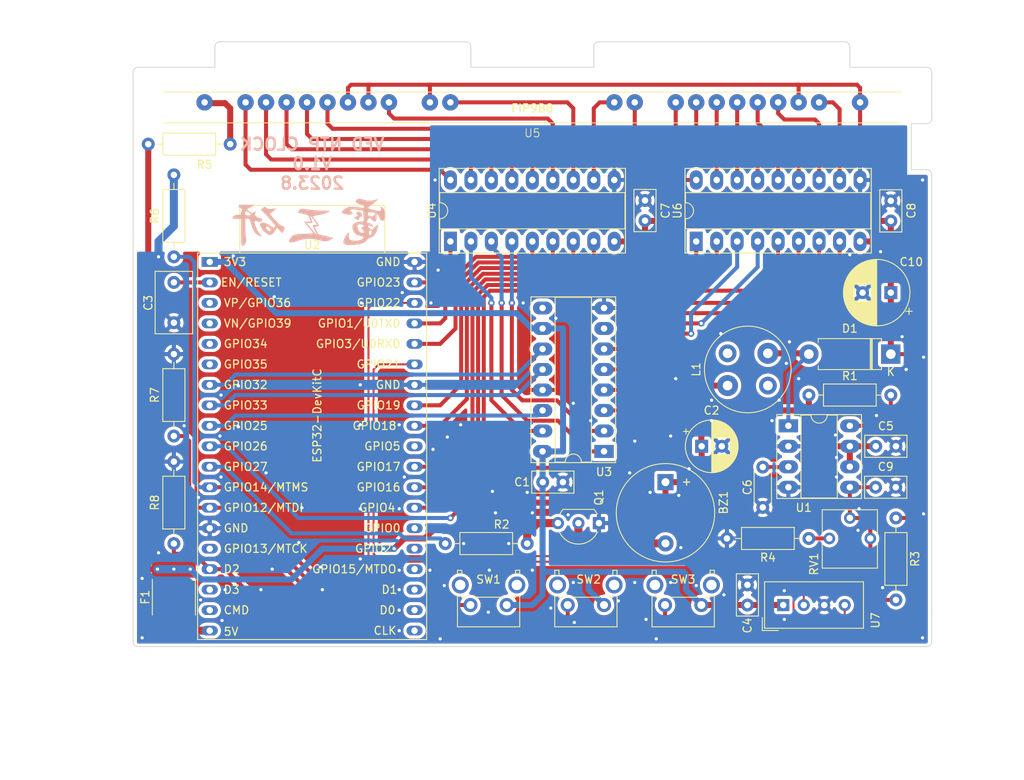
<source format=kicad_pcb>
(kicad_pcb (version 20221018) (generator pcbnew)
  (layers (0 "F.Cu" signal) (31 "B.Cu" signal) (34 "B.Paste" user) (35 "F.Paste" user) (36 "B.SilkS" user "B.Silkscreen") (37 "F.SilkS" user "F.Silkscreen") (38 "B.Mask" user) (39 "F.Mask" user) (44 "Edge.Cuts" user))
  (net 0 "")
  (net 1 "+3.3V")
  (net 2 "SDA")
  (net 3 "GND")
  (net 4 "SCL")
  (net 5 "+24V")
  (net 6 "Net-(U1-Vfb)")
  (net 7 "Net-(R4-Pad1)")
  (net 8 "+5V")
  (net 9 "Net-(U5-Heater)")
  (net 10 "SW1")
  (net 11 "SW2")
  (net 12 "SW3")
  (net 13 "Net-(U1-DC)")
  (net 14 "Buzzer")
  (net 15 "Net-(Q1-B)")
  (net 16 "Net-(BZ1-+)")
  (net 17 "Net-(D1-A)")
  (net 18 "Net-(U1-TC)")
  (net 19 "Grid_9")
  (net 20 "Seg_a")
  (net 21 "Seg_b")
  (net 22 "Seg_c")
  (net 23 "Grid_8")
  (net 24 "Grid_7")
  (net 25 "Grid_6")
  (net 26 "Grid_5")
  (net 27 "Net-(U4-O8)")
  (net 28 "Net-(U4-O7)")
  (net 29 "Net-(U4-O6)")
  (net 30 "Net-(U4-O5)")
  (net 31 "Net-(U4-O4)")
  (net 32 "Net-(U4-O3)")
  (net 33 "Net-(U4-O2)")
  (net 34 "Net-(U4-O1)")
  (net 35 "Grid_4")
  (net 36 "Grid_3")
  (net 37 "Seg_d")
  (net 38 "Seg_e")
  (net 39 "Grid_2")
  (net 40 "Seg_g")
  (net 41 "Seg_f")
  (net 42 "Grid_1")
  (net 43 "Net-(U5-Grid_1)")
  (net 44 "Net-(U5-Seg_f)")
  (net 45 "Net-(U5-Seg_g)")
  (net 46 "Net-(U5-Grid_2)")
  (net 47 "Net-(U5-Seg_e)")
  (net 48 "Net-(U5-Seg_d)")
  (net 49 "Net-(U5-Grid_3)")
  (net 50 "Net-(U5-Grid_4)")
  (net 53 "SRCLK")
  (net 54 "RCLK")
  (net 55 "SER")
  (net 56 "Net-(U2-CHIP_PU)")
  (net 64 "Net-(U2-5V)")
  (footprint "Resistor_THT:R_Axial_DIN0207_L6.3mm_D2.5mm_P10.16mm_Horizontal" (layer "F.Cu") (at 137.795 104.14)
    (fp_text reference "R2")
    (fp_text value "1k")
  )
  (footprint "Capacitor_THT:C_Disc_D5.0mm_W2.5mm_P2.50mm" (layer "F.Cu") (at 193.04 64.135 90)
    (fp_text reference "C8")
    (fp_text value "0.1u")
  )
  (footprint "Potentiometer_THT:Potentiometer_Vishay_T73YP_Vertical" (layer "F.Cu") (at 190.5 103.505 90)
    (fp_text reference "RV1")
    (fp_text value "1k")
  )
  (footprint "Capacitor_THT:C_Disc_D5.0mm_W2.5mm_P2.50mm" (layer "F.Cu") (at 191.155 97.155)
    (fp_text reference "C9")
    (fp_text value "0.1u")
  )
  (footprint "FIP9B8:FIP9B8" (layer "F.Cu") (at 148.59 51.97 180)
    (fp_text reference "U5")
    (fp_text value "~")
  )
  (footprint "Capacitor_THT:CP_Radial_D8.0mm_P3.50mm" (layer "F.Cu") (at 193.04 73.025 180)
    (fp_text reference "C10")
    (fp_text value "35V220u")
  )
  (footprint "Package_DIP:DIP-18_W7.62mm_Socket_LongPads" (layer "F.Cu") (at 138.43 66.675 90)
    (fp_text reference "U4")
    (fp_text value "TBD62783A")
  )
  (footprint "Resistor_THT:R_Axial_DIN0207_L6.3mm_D2.5mm_P10.16mm_Horizontal" (layer "F.Cu") (at 182.88 103.505 180)
    (fp_text reference "R4")
    (fp_text value "2.4k")
  )
  (footprint "Capacitor_THT:C_Disc_D5.0mm_W2.5mm_P2.50mm" (layer "F.Cu") (at 162.56 64.095 90)
    (fp_text reference "C7")
    (fp_text value "0.1u")
  )
  (footprint "Resistor_THT:R_Axial_DIN0207_L6.3mm_D2.5mm_P10.16mm_Horizontal" (layer "F.Cu") (at 100.965 54.61)
    (fp_text reference "R5")
    (fp_text value "20")
  )
  (footprint "Inductor_THT:L_Radial_D10.5mm_P4.00x5.00mm_Murata_1200RS" (layer "F.Cu") (at 172.8 84.55 90)
    (fp_text reference "L1")
    (fp_text value "220uH")
  )
  (footprint "Package_DIP:DIP-18_W7.62mm_Socket_LongPads" (layer "F.Cu") (at 168.91 66.675 90)
    (fp_text reference "U6")
    (fp_text value "TBD62783A")
  )
  (footprint "Button_Switch_THT:SW_Tactile_SPST_Angled_PTS645Vx39-2LFS" (layer "F.Cu") (at 169.545 111.76 180)
    (fp_text reference "SW3")
    (fp_text value "SW_Push")
  )
  (footprint "Button_Switch_THT:SW_Tactile_SPST_Angled_PTS645Vx39-2LFS" (layer "F.Cu") (at 145.415 111.76 180)
    (fp_text reference "SW1")
    (fp_text value "SW_Push")
  )
  (footprint "Resistor_THT:R_Axial_DIN0207_L6.3mm_D2.5mm_P10.16mm_Horizontal" (layer "F.Cu") (at 104.14 90.805 90)
    (fp_text reference "R7")
    (fp_text value "1k")
  )
  (footprint "Capacitor_THT:C_Disc_D5.0mm_W2.5mm_P2.50mm" (layer "F.Cu") (at 149.88 96.52)
    (fp_text reference "C1")
    (fp_text value "0.1u")
  )
  (footprint "Capacitor_THT:C_Disc_D5.0mm_W2.5mm_P2.50mm" (layer "F.Cu") (at 191.175 92.075)
    (fp_text reference "C5")
    (fp_text value "0.1u")
  )
  (footprint "Package_DIP:DIP-8_W7.62mm_Socket_LongPads" (layer "F.Cu") (at 180.34 89.535)
    (fp_text reference "U1")
    (fp_text value "MC34063AP")
  )
  (footprint "Capacitor_THT:C_Disc_D5.0mm_W2.5mm_P2.50mm" (layer "F.Cu") (at 175.26 111.76 90)
    (fp_text reference "C4")
    (fp_text value "0.1u")
  )
  (footprint "Package_DIP:DIP-16_W7.62mm_Socket_LongPads" (layer "F.Cu") (at 157.48 92.71 180)
    (fp_text reference "U3")
    (fp_text value "74HC595")
  )
  (footprint "Resistor_THT:R_Axial_DIN0207_L6.3mm_D2.5mm_P10.16mm_Horizontal" (layer "F.Cu") (at 104.14 68.58 90)
    (fp_text reference "R6")
    (fp_text value "1k")
  )
  (footprint "Package_TO_SOT_THT:TO-92L_Inline_Wide" (layer "F.Cu") (at 156.845 101.6 180)
    (fp_text reference "Q1")
    (fp_text value "2SC1815")
  )
  (footprint "Buzzer_Beeper:Buzzer_12x9.5RM7.6" (layer "F.Cu") (at 165.1 96.52 -90)
    (fp_text reference "BZ1")
    (fp_text value "Buzzer")
  )
  (footprint "Capacitor_THT:C_Disc_D4.3mm_W1.9mm_P5.00mm" (layer "F.Cu") (at 177.165 94.655 -90)
    (fp_text reference "C6")
    (fp_text value "2200p")
  )
  (footprint "Diode_THT:D_DO-15_P10.16mm_Horizontal" (layer "F.Cu") (at 193.04 80.645 180)
    (fp_text reference "D1")
    (fp_text value "PS2010")
  )
  (footprint "PCM_Espressif:ESP32-DevKitC" (layer "F.Cu") (at 108.585 69.215)
    (fp_text reference "U2")
    (fp_text value "ESP32-DevKitC")
  )
  (footprint "Sensor:Aosong_DHT11_5.5x12.0_P2.54mm" (layer "F.Cu") (at 179.705 111.76 90)
    (fp_text reference "U7")
    (fp_text value "DHT20")
  )
  (footprint "Fuse:Fuse_2920_7451Metric_Pad2.10x5.45mm_HandSolder" (layer "F.Cu") (at 104.14 110.79 -90)
    (fp_text reference "F1")
    (fp_text value "SMD_Fuse_1A")
  )
  (footprint "Capacitor_THT:C_Disc_D7.5mm_W4.4mm_P5.00mm" (layer "F.Cu") (at 104.14 71.755 -90)
    (fp_text reference "C3")
    (fp_text value "0.1u")
  )
  (footprint "Resistor_THT:R_Axial_DIN0207_L6.3mm_D2.5mm_P10.16mm_Horizontal" (layer "F.Cu") (at 182.88 85.725)
    (fp_text reference "R1")
    (fp_text value "220")
  )
  (footprint "Button_Switch_THT:SW_Tactile_SPST_Angled_PTS645Vx39-2LFS" (layer "F.Cu") (at 157.48 111.76 180)
    (fp_text reference "SW2")
    (fp_text value "SW_Push")
  )
  (footprint "Resistor_THT:R_Axial_DIN0207_L6.3mm_D2.5mm_P10.16mm_Horizontal" (layer "F.Cu") (at 193.675 100.965 -90)
    (fp_text reference "R3")
    (fp_text value "47k")
  )
  (footprint "Capacitor_THT:CP_Radial_D6.3mm_P2.50mm" (layer "F.Cu") (at 169.585 92.075)
    (fp_text reference "C2")
    (fp_text value "16V220u")
  )
  (footprint "Resistor_THT:R_Axial_DIN0207_L6.3mm_D2.5mm_P10.16mm_Horizontal" (layer "F.Cu") (at 104.14 104.14 90)
    (fp_text reference "R8")
    (fp_text value "1k")
  )
  (footprint "FIP9B8:電工研ロゴ" (layer "B.Cu") (at 121.285 64.135 180)
    (fp_text reference "G***")
    (fp_text value "LOGO" hide)
  )
  (gr_line (start 198.12 45.72) (end 198.12 51.435) (stroke (width 0.1)) (layer "Edge.Cuts"))
  (gr_line (start 192.4558 116.9162) (end 99.7458 116.9162) (stroke (width 0.1)) (layer "Edge.Cuts"))
  (gr_line (start 156.845 41.91) (end 187.325 41.91) (stroke (width 0.1)) (layer "Edge.Cuts"))
  (gr_arc (start 109.22 42.545) (mid 109.405987 42.095988) (end 109.855 41.91) (stroke (width 0.1)) (layer "Edge.Cuts"))
  (gr_line (start 99.0854 116.2812) (end 99.0854 45.7962) (stroke (width 0.1)) (layer "Edge.Cuts"))
  (gr_line (start 109.22 45.085) (end 109.22 42.545) (stroke (width 0.1)) (layer "Edge.Cuts"))
  (gr_arc (start 99.06 45.72) (mid 99.245987 45.270987) (end 99.695 45.085) (stroke (width 0.1)) (layer "Edge.Cuts"))
  (gr_line (start 187.96 45.085) (end 187.96 42.545) (stroke (width 0.1)) (layer "Edge.Cuts"))
  (gr_arc (start 198.12 51.435) (mid 197.934013 51.884013) (end 197.485 52.07) (stroke (width 0.1)) (layer "Edge.Cuts"))
  (gr_line (start 192.3542 116.9162) (end 197.485 116.9162) (stroke (width 0.1)) (layer "Edge.Cuts"))
  (gr_line (start 198.12 58.42) (end 198.12 112.4712) (stroke (width 0.1)) (layer "Edge.Cuts"))
  (gr_line (start 195.58 52.07) (end 195.58 57.785) (stroke (width 0.1)) (layer "Edge.Cuts"))
  (gr_line (start 140.97 45.085) (end 156.21 45.085) (stroke (width 0.1)) (layer "Edge.Cuts"))
  (gr_line (start 195.58 57.785) (end 197.485 57.785) (stroke (width 0.1)) (layer "Edge.Cuts"))
  (gr_line (start 198.12 58.42) (end 198.12 58.42) (stroke (width 0.1)) (layer "Edge.Cuts"))
  (gr_arc (start 99.7204 116.9162) (mid 99.271387 116.730213) (end 99.0854 116.2812) (stroke (width 0.1)) (layer "Edge.Cuts"))
  (gr_arc (start 187.325 41.91) (mid 187.774013 42.095987) (end 187.96 42.545) (stroke (width 0.1)) (layer "Edge.Cuts"))
  (gr_line (start 140.97 45.085) (end 140.97 42.545) (stroke (width 0.1)) (layer "Edge.Cuts"))
  (gr_line (start 197.485 52.07) (end 195.58 52.07) (stroke (width 0.1)) (layer "Edge.Cuts"))
  (gr_line (start 156.21 45.085) (end 156.21 42.545) (stroke (width 0.1)) (layer "Edge.Cuts"))
  (gr_arc (start 156.21 42.545) (mid 156.395987 42.095987) (end 156.845 41.91) (stroke (width 0.1)) (layer "Edge.Cuts"))
  (gr_arc (start 197.485 45.085) (mid 197.934012 45.270987) (end 198.12 45.72) (stroke (width 0.1)) (layer "Edge.Cuts"))
  (gr_line (start 109.855 41.91) (end 140.335 41.91) (stroke (width 0.1)) (layer "Edge.Cuts"))
  (gr_line (start 198.12 116.2812) (end 198.12 112.4712) (stroke (width 0.1)) (layer "Edge.Cuts"))
  (gr_arc (start 197.485 57.785) (mid 197.934013 57.970987) (end 198.12 58.42) (stroke (width 0.1)) (layer "Edge.Cuts"))
  (gr_arc (start 140.335 41.91) (mid 140.784012 42.095987) (end 140.97 42.545) (stroke (width 0.1)) (layer "Edge.Cuts"))
  (gr_arc (start 198.12 116.2812) (mid 197.934013 116.730213) (end 197.485 116.9162) (stroke (width 0.1)) (layer "Edge.Cuts"))
  (gr_line (start 197.485 45.085) (end 187.96 45.085) (stroke (width 0.1)) (layer "Edge.Cuts"))
  (gr_line (start 99.695 45.085) (end 109.22 45.085) (stroke (width 0.1)) (layer "Edge.Cuts"))
  (gr_text "VFD NTP CLOCK\nV1.0\n2023.8" (at 121.285 60.325) (layer "B.SilkS") (effects (font (size 1.5 1.5) (thickness 0.3) bold) (justify bottom mirror)))
  (segment (start 178.562 94.234) (end 178.562 95.377) (width 0.4) (layer "B.Cu") (net 0))
  (segment (start 175.26 111.76) (end 179.705 111.76) (width 0.75) (layer "F.Cu") (net 1))
  (segment (start 169.545 111.76) (end 175.26 111.76) (width 0.75) (layer "F.Cu") (net 1))
  (segment (start 167.64 107.95) (end 167.335 107.645) (width 0.75) (layer "B.Cu") (net 1))
  (segment (start 155.905 107.645) (end 155.575 107.645) (width 0.75) (layer "B.Cu") (net 1))
  (segment (start 152.4 77.47) (end 149.86 77.47) (width 0.75) (layer "B.Cu") (net 1))
  (segment (start 149.86 107.975) (end 150.19 107.645) (width 0.75) (layer "B.Cu") (net 1))
  (segment (start 155.575 107.95) (end 155.575 109.855) (width 0.75) (layer "B.Cu") (net 1))
  (segment (start 150.19 107.645) (end 149.86 107.315) (width 0.75) (layer "B.Cu") (net 1))
  (segment (start 155.88 107.645) (end 155.575 107.95) (width 0.75) (layer "B.Cu") (net 1))
  (segment (start 155.905 107.645) (end 154.305 107.645) (width 0.75) (layer "B.Cu") (net 1))
  (segment (start 167.335 107.645) (end 156.21 107.645) (width 0.75) (layer "B.Cu") (net 1))
  (segment (start 148.59 111.76) (end 149.86 110.49) (width 0.75) (layer "B.Cu") (net 1))
  (segment (start 169.545 111.76) (end 167.64 109.855) (width 0.75) (layer "B.Cu") (net 1))
  (segment (start 155.27 107.645) (end 155.575 107.95) (width 0.75) (layer "B.Cu") (net 1))
  (segment (start 155.575 107.645) (end 155.575 107.95) (width 0.75) (layer "B.Cu") (net 1))
  (segment (start 149.86 96.5) (end 149.88 96.52) (width 0.75) (layer "B.Cu") (net 1))
  (segment (start 156.21 107.645) (end 155.905 107.645) (width 0.75) (layer "B.Cu") (net 1))
  (segment (start 145.415 111.76) (end 148.59 111.76) (width 0.75) (layer "B.Cu") (net 1))
  (segment (start 149.86 92.71) (end 149.86 96.5) (width 0.75) (layer "B.Cu") (net 1))
  (segment (start 149.86 110.49) (end 149.86 108.585) (width 0.75) (layer "B.Cu") (net 1))
  (segment (start 149.86 92.71) (end 152.4 92.71) (width 0.75) (layer "B.Cu") (net 1))
  (segment (start 148.53557 77.47) (end 149.86 77.47) (width 0.75) (layer "B.Cu") (net 1))
  (segment (start 154.305 107.645) (end 155.27 107.645) (width 0.75) (layer "B.Cu") (net 1))
  (segment (start 108.585 69.215) (end 110.49 69.215) (width 0.75) (layer "B.Cu") (net 1))
  (segment (start 149.86 108.585) (end 149.86 107.315) (width 0.75) (layer "B.Cu") (net 1))
  (segment (start 149.86 103.505) (end 149.86 107.315) (width 0.75) (layer "B.Cu") (net 1))
  (segment (start 149.86 108.585) (end 149.86 107.975) (width 0.75) (layer "B.Cu") (net 1))
  (segment (start 156.21 107.645) (end 155.88 107.645) (width 0.75) (layer "B.Cu") (net 1))
  (segment (start 167.64 109.855) (end 167.64 107.95) (width 0.75) (layer "B.Cu") (net 1))
  (segment (start 146.63057 75.565) (end 148.53557 77.47) (width 0.75) (layer "B.Cu") (net 1))
  (segment (start 149.86 92.71) (end 149.86 103.505) (width 0.75) (layer "B.Cu") (net 1))
  (segment (start 110.49 69.215) (end 116.84 75.565) (width 0.75) (layer "B.Cu") (net 1))
  (segment (start 154.305 107.645) (end 150.19 107.645) (width 0.75) (layer "B.Cu") (net 1))
  (segment (start 116.84 75.565) (end 146.63057 75.565) (width 0.75) (layer "B.Cu") (net 1))
  (segment (start 152.4 92.71) (end 152.4 77.47) (width 0.75) (layer "B.Cu") (net 1))
  (segment (start 155.575 109.855) (end 157.48 111.76) (width 0.75) (layer "B.Cu") (net 1))
  (segment (start 128.905 82.55) (end 129.54 81.915) (width 0.25) (layer "F.Cu") (net 2))
  (segment (start 128.905 105.41) (end 128.905 82.55) (width 0.25) (layer "F.Cu") (net 2))
  (segment (start 182.245 111.76) (end 182.245 108.2675) (width 0.25) (layer "F.Cu") (net 2))
  (segment (start 182.245 108.2675) (end 179.6775 105.7) (width 0.25) (layer "F.Cu") (net 2))
  (segment (start 129.54 81.915) (end 133.985 81.915) (width 0.25) (layer "F.Cu") (net 2))
  (segment (start 129.195 105.7) (end 128.905 105.41) (width 0.25) (layer "F.Cu") (net 2))
  (segment (start 179.6775 105.7) (end 129.195 105.7) (width 0.25) (layer "F.Cu") (net 2))
  (segment (start 189.23 47.625) (end 189.23 49.43) (width 0.5) (layer "F.Cu") (net 3))
  (segment (start 189.23 49.43) (end 189.23 59.055) (width 0.5) (layer "F.Cu") (net 3))
  (segment (start 181.61 47.244) (end 181.61 49.43) (width 0.5) (layer "F.Cu") (net 3))
  (segment (start 135.636 47.244) (end 181.356 47.244) (width 0.5) (layer "F.Cu") (net 3))
  (segment (start 181.356 47.244) (end 181.61 47.244) (width 0.5) (layer "F.Cu") (net 3))
  (segment (start 135.636 47.244) (end 135.89 47.244) (width 0.5) (layer "F.Cu") (net 3))
  (segment (start 128.27 49.43) (end 128.27 47.244) (width 0.5) (layer "F.Cu") (net 3))
  (segment (start 135.89 47.244) (end 135.89 49.43) (width 0.5) (layer "F.Cu") (net 3))
  (segment (start 125.73 47.625) (end 126.111 47.244) (width 0.5) (layer "F.Cu") (net 3))
  (segment (start 181.356 47.244) (end 188.849 47.244) (width 0.5) (layer "F.Cu") (net 3))
  (segment (start 125.73 49.43) (end 125.73 47.625) (width 0.5) (layer "F.Cu") (net 3))
  (segment (start 128.27 47.244) (end 128.524 47.244) (width 0.5) (layer "F.Cu") (net 3))
  (segment (start 188.849 47.244) (end 189.23 47.625) (width 0.5) (layer "F.Cu") (net 3))
  (segment (start 128.524 47.244) (end 135.636 47.244) (width 0.5) (layer "F.Cu") (net 3))
  (segment (start 126.111 47.244) (end 128.524 47.244) (width 0.5) (layer "F.Cu") (net 3))
  (via (at 153.67 86.741) (size 0.8) (drill 0.4) (layers "F.Cu" "B.Cu") (net 3))
  (via (at 188.976 102.489) (size 0.8) (drill 0.4) (layers "F.Cu" "B.Cu") (net 3))
  (via (at 186.182 90.678) (size 0.8) (drill 0.4) (layers "F.Cu" "B.Cu") (net 3))
  (via (at 170.815 88.9) (size 0.8) (drill 0.4) (layers "F.Cu" "B.Cu") (net 3))
  (via (at 119.634 104.013) (size 0.8) (drill 0.4) (layers "F.Cu" "B.Cu") (net 3))
  (via (at 102.235 105.283) (size 0.8) (drill 0.4) (layers "F.Cu" "B.Cu") (net 3))
  (via (at 143.637 97.663) (size 0.8) (drill 0.4) (layers "F.Cu" "B.Cu") (net 3))
  (via (at 153.035 100.584) (size 0.8) (drill 0.4) (layers "F.Cu" "B.Cu") (net 3))
  (via (at 179.832 113.538) (size 0.8) (drill 0.4) (layers "F.Cu" "B.Cu") (net 3))
  (via (at 120.015 99.695) (size 0.8) (drill 0.4) (layers "F.Cu" "B.Cu") (net 3))
  (via (at 151.511 76.2) (size 0.8) (drill 0.4) (layers "F.Cu" "B.Cu") (net 3))
  (via (at 132.08 99.822) (size 0.8) (drill 0.4) (layers "F.Cu" "B.Cu") (net 3))
  (via (at 163.957 115.951) (size 0.8) (drill 0.4) (layers "F.Cu" "B.Cu") (net 3))
  (via (at 168.91 109.347) (size 0.8) (drill 0.4) (layers "F.Cu" "B.Cu") (net 3))
  (via (at 180.086 81.788) (size 0.8) (drill 0.4) (layers "F.Cu" "B.Cu") (net 3))
  (via (at 136.271 92.456) (size 0.8) (drill 0.4) (layers "F.Cu" "B.Cu") (net 3))
  (via (at 191.262 88.265) (size 0.8) (drill 0.4) (layers "F.Cu" "B.Cu") (net 3))
  (via (at 153.797 113.919) (size 0.8) (drill 0.4) (layers "F.Cu" "B.Cu") (net 3))
  (via (at 165.735 108.966) (size 0.8) (drill 0.4) (layers "F.Cu" "B.Cu") (net 3))
  (via (at 147.447 74.295) (size 0.8) (drill 0.4) (layers "F.Cu" "B.Cu") (net 3))
  (via (at 181.61 83.693) (size 0.8) (drill 0.4) (layers "F.Cu" "B.Cu") (net 3))
  (via (at 197.104 100.457) (size 0.8) (drill 0.4) (layers "F.Cu" "B.Cu") (net 3))
  (via (at 135.89 107.442) (size 0.8) (drill 0.4) (layers "F.Cu" "B.Cu") (net 3))
  (via (at 122.301 107.061) (size 0.8) (drill 0.4) (layers "F.Cu" "B.Cu") (net 3))
  (via (at 143.129 112.649) (size 0.8) (drill 0.4) (layers "F.Cu" "B.Cu") (net 3))
  (via (at 163.195 97.79) (size 0.8) (drill 0.4) (layers "F.Cu" "B.Cu") (net 3))
  (via (at 172.339 110.49) (size 0.8) (drill 0.4) (layers "F.Cu" "B.Cu") (net 3))
  (via (at 136.017 74.295) (size 0.8) (drill 0.4) (layers "F.Cu" "B.Cu") (net 3))
  (via (at 153.67 108.966) (size 0.8) (drill 0.4) (layers "F.Cu" "B.Cu") (net 3))
  (via (at 110.109 113.665) (size 0.8) (drill 0.4) (layers "F.Cu" "B.Cu") (net 3))
  (via (at 109.982 85.725) (size 0.8) (drill 0.4) (layers "F.Cu" "B.Cu") (net 3))
  (via (at 186.309 95.885) (size 0.8) (drill 0.4) (layers "F.Cu" "B.Cu") (net 3))
  (via (at 100.203 108.458) (size 0.8) (drill 0.4) (layers "F.Cu" "B.Cu") (net 3))
  (via (at 194.945 82.55) (size 0.8) (drill 0.4) (layers "F.Cu" "B.Cu") (net 3))
  (via (at 102.235 68.58) (size 0.8) (drill 0.4) (layers "F.Cu" "B.Cu") (net 3))
  (via (at 127.254 89.408) (size 0.8) (drill 0.4) (layers "F.Cu" "B.Cu") (net 3))
  (via (at 132.08 112.395) (size 0.8) (drill 0.4) (layers "F.Cu" "B.Cu") (net 3))
  (via (at 132.715 95.885) (size 0.8) (drill 0.4) (layers "F.Cu" "B.Cu") (net 3))
  (via (at 137.668 109.347) (size 0.8) (drill 0.4) (layers "F.Cu" "B.Cu") (net 3))
  (via (at 109.982 95.885) (size 0.8) (drill 0.4) (layers "F.Cu" "B.Cu") (net 3))
  (via (at 178.308 88.9) (size 0.8) (drill 0.4) (layers "F.Cu" "B.Cu") (net 3))
  (via (at 147.955 97.79) (size 0.8) (drill 0.4) (layers "F.Cu" "B.Cu") (net 3))
  (via (at 115.57 95.377) (size 0.8) (drill 0.4) (layers "F.Cu" "B.Cu") (net 3))
  (via (at 136.525 59.055) (size 0.8) (drill 0.4) (layers "F.Cu" "B.Cu") (net 3))
  (via (at 165.735 90.805) (size 0.8) (drill 0.4) (layers "F.Cu" "B.Cu") (net 3))
  (via (at 170.815 86.36) (size 0.8) (drill 0.4) (layers "F.Cu" "B.Cu") (net 3))
  (via (at 127.381 74.295) (size 0.8) (drill 0.4) (layers "F.Cu" "B.Cu") (net 3))
  (via (at 161.29 108.966) (size 0.8) (drill 0.4) (layers "F.Cu" "B.Cu") (net 3))
  (via (at 196.977 115.824) (size 0.8) (drill 0.4) (layers "F.Cu" "B.Cu") (net 3))
  (via (at 161.29 91.44) (size 0.8) (drill 0.4) (layers "F.Cu" "B.Cu") (net 3))
  (via (at 148.59 100.33) (size 0.8) (drill 0.4) (layers "F.Cu" "B.Cu") (net 3))
  (via (at 111.506 68.453) (size 0.8) (drill 0.4) (layers "F.Cu" "B.Cu") (net 3))
  (via (at 180.467 79.121) (size 0.8) (drill 0.4) (layers "F.Cu" "B.Cu") (net 3))
  (via (at 145.669 104.14) (size 0.8) (drill 0.4) (layers "F.Cu" "B.Cu") (net 3))
  (via (at 197.104 81.026) (size 0.8) (drill 0.4) (layers "F.Cu" "B.Cu") (net 3))
  (via (at 150.876 112.141) (size 0.8) (drill 0.4) (layers "F.Cu" "B.Cu") (net 3))
  (via (at 143.256 107.442) (size 0.8) (drill 0.4) (layers "F.Cu" "B.Cu") (net 3))
  (via (at 100.203 115.824) (size 0.8) (drill 0.4) (layers "F.Cu" "B.Cu") (net 3))
  (via (at 187.96 68.326) (size 0.8) (drill 0.4) (layers "F.Cu" "B.Cu") (net 3))
  (via (at 196.977 59.055) (size 0.8) (drill 0.4) (layers "F.Cu" "B.Cu") (net 3))
  (via (at 132.08 107.442) (size 0.8) (drill 0.4) (layers "F.Cu" "B.Cu") (net 3))
  (via (at 192.024 109.601) (size 0.8) (drill 0.4) (layers "F.Cu" "B.Cu") (net 3))
  (via (at 167.005 104.648) (size 0.8) (drill 0.4) (layers "F.Cu" "B.Cu") (net 3))
  (via (at 109.855 90.805) (size 0.8) (drill 0.4) (layers "F.Cu" "B.Cu") (net 3))
  (via (at 107.188 98.425) (size 0.8) (drill 0.4) (layers "F.Cu" "B.Cu") (net 3))
  (via (at 127.254 106.045) (size 0.8) (drill 0.4) (layers "F.Cu" "B.Cu") (net 3))
  (via (at 105.41 89.535) (size 0.8) (drill 0.4) (layers "F.Cu" "B.Cu") (net 3))
  (via (at 132.08 89.408) (size 0.8) (drill 0.4) (layers "F.Cu" "B.Cu") (net 3))
  (via (at 132.08 114.935) (size 0.8) (drill 0.4) (layers "F.Cu" "B.Cu") (net 3))
  (via (at 132.08 109.855) (size 0.8) (drill 0.4) (layers "F.Cu" "B.Cu") (net 3))
  (via (at 114.935 109.855) (size 0.8) (drill 0.4) (layers "F.Cu" "B.Cu") (net 3))
  (via (at 162.687 113.538) (size 0.8) (drill 0.4) (layers "F.Cu" "B.Cu") (net 3))
  (via (at 139.7 89.408) (size 0.8) (drill 0.4) (layers "F.Cu" "B.Cu") (net 3))
  (via (at 107.442 111.125) (size 0.8) (drill 0.4) (layers "F.Cu" "B.Cu") (net 3))
  (via (at 132.461 73.025) (size 0.8) (drill 0.4) (layers "F.Cu" "B.Cu") (net 3))
  (via (at 148.59 107.442) (size 0.8) (drill 0.4) (layers "F.Cu" "B.Cu") (net 3))
  (via (at 166.37 83.693) (size 0.8) (drill 0.4) (layers "F.Cu" "B.Cu") (net 3))
  (via (at 191.77 67.945) (size 0.8) (drill 0.4) (layers "F.Cu" "B.Cu") (net 3))
  (via (at 186.309 93.472) (size 0.8) (drill 0.4) (layers "F.Cu" "B.Cu") (net 3))
  (via (at 137.16 115.951) (size 0.8) (drill 0.4) (layers "F.Cu" "B.Cu") (net 3))
  (via (at 116.332 107.315) (size 0.8) (drill 0.4) (layers "F.Cu" "B.Cu") (net 3))
  (via (at 112.141 89.662) (size 0.8) (drill 0.4) (layers "F.Cu" "B.Cu") (net 3))
  (via (at 140.081 104.14) (size 0.8) (drill 0.4) (layers "F.Cu" "B.Cu") (net 3))
  (via (at 127.254 84.455) (size 0.8) (drill 0.4) (layers "F.Cu" "B.Cu") (net 3))
  (via (at 116.586 73.533) (size 0.8) (drill 0.4) (layers "F.Cu" "B.Cu") (net 3))
  (via (at 171.958 78.105) (size 0.8) (drill 0.4) (layers "F.Cu" "B.Cu") (net 3))
  (via (at 160.655 95.377) (size 0.8) (drill 0.4) (layers "F.Cu" "B.Cu") (net 3))
  (via (at 179.832 109.982) (size 0.8) (drill 0.4) (layers "F.Cu" "B.Cu") (net 3))
  (via (at 138.049 90.932) (size 0.8) (drill 0.4) (layers "F.Cu" "B.Cu") (net 3))
  (via (at 110.49 109.855) (size 0.8) (drill 0.4) (layers "F.Cu" "B.Cu") (net 3))
  (via (at 168.021 94.869) (size 0.8) (drill 0.4) (layers "F.Cu" "B.Cu") (net 3))
  (via (at 159.258 111.252) (size 0.8) (drill 0.4) (layers "F.Cu" "B.Cu") (net 3))
  (via (at 122.555 109.855) (size 0.8) (drill 0.4) (layers "F.Cu" "B.Cu") (net 3))
  (via (at 179.197 86.36) (size 0.8) (drill 0.4) (layers "F.Cu" "B.Cu") (net 3))
  (via (at 127.254 99.822) (size 0.8) (drill 0.4) (layers "F.Cu" "B.Cu") (net 3))
  (via (at 155.829 88.9) (size 0.8) (drill 0.4) (layers "F.Cu" "B.Cu") (net 3))
  (via (at 144.018 100.33) (size 0.8) (drill 0.4) (layers "F.Cu" "B.Cu") (net 3))
  (via (at 112.141 84.582) (size 0.8) (drill 0.4) (layers "F.Cu" "B.Cu") (net 3))
  (via (at 166.751 98.171) (size 0.8) (drill 0.4) (layers "F.Cu" "B.Cu") (net 3))
  (via (at 136.906 70.231) (size 0.8) (drill 0.4) (layers "F.Cu" "B.Cu") (net 3))
  (via (at 189.103 99.822) (size 0.8) (drill 0.4) (layers "F.Cu" "B.Cu") (net 3))
  (via (at 194.437 78.486) (size 0.8) (drill 0.4) (layers "F.Cu" "B.Cu") (net 3))
  (segment (start 102.235 66.675) (end 102.235 68.58) (width 1) (layer "B.Cu") (net 3))
  (segment (start 104.14 58.42) (end 104.14 64.77) (width 1) (layer "B.Cu") (net 3))
  (segment (start 104.14 64.77) (end 102.235 66.675) (width 1) (layer "B.Cu") (net 3))
  (segment (start 179.413604 106.39) (end 128.614302 106.39) (width 0.25) (layer "F.Cu") (net 4))
  (segment (start 187.325 111.76) (end 187.325 113.157) (width 0.25) (layer "F.Cu") (net 4))
  (segment (start 128.614302 106.39) (end 128.27 106.045698) (width 0.25) (layer "F.Cu") (net 4))
  (segment (start 180.975 113.03) (end 180.975 107.951396) (width 0.25) (layer "F.Cu") (net 4))
  (segment (start 128.905 74.295) (end 133.985 74.295) (width 0.25) (layer "F.Cu") (net 4))
  (segment (start 128.27 106.045698) (end 128.27 74.93) (width 0.25) (layer "F.Cu") (net 4))
  (segment (start 181.61 113.665) (end 180.975 113.03) (width 0.25) (layer "F.Cu") (net 4))
  (segment (start 128.27 74.93) (end 128.905 74.295) (width 0.25) (layer "F.Cu") (net 4))
  (segment (start 180.975 107.951396) (end 179.413604 106.39) (width 0.25) (layer "F.Cu") (net 4))
  (segment (start 186.817 113.665) (end 181.61 113.665) (width 0.25) (layer "F.Cu") (net 4))
  (segment (start 187.325 113.157) (end 186.817 113.665) (width 0.25) (layer "F.Cu") (net 4))
  (segment (start 193.675 100.965) (end 194.945 100.965) (width 0.5) (layer "F.Cu") (net 5))
  (segment (start 162.56 64.135) (end 162.56 64.095) (width 0.75) (layer "F.Cu") (net 5))
  (segment (start 193.04 66.675) (end 189.23 66.675) (width 0.75) (layer "F.Cu") (net 5))
  (segment (start 196.215 99.695) (end 196.215 81.915) (width 0.5) (layer "F.Cu") (net 5))
  (segment (start 196.215 81.915) (end 194.945 80.645) (width 0.5) (layer "F.Cu") (net 5))
  (segment (start 194.945 80.645) (end 193.04 80.645) (width 0.5) (layer "F.Cu") (net 5))
  (segment (start 162.56 64.095) (end 162.56 66.675) (width 0.75) (layer "F.Cu") (net 5))
  (segment (start 193.04 66.675) (end 193.04 73.025) (width 0.75) (layer "F.Cu") (net 5))
  (segment (start 194.945 100.965) (end 196.215 99.695) (width 0.5) (layer "F.Cu") (net 5))
  (segment (start 193.04 64.135) (end 162.56 64.135) (width 0.75) (layer "F.Cu") (net 5))
  (segment (start 162.56 66.675) (end 158.75 66.675) (width 0.75) (layer "F.Cu") (net 5))
  (segment (start 193.04 73.025) (end 193.04 80.645) (width 0.75) (layer "F.Cu") (net 5))
  (segment (start 193.04 64.135) (end 193.04 66.675) (width 0.75) (layer "F.Cu") (net 5))
  (segment (start 190.5 102.235) (end 189.23 100.965) (width 0.5) (layer "F.Cu") (net 6))
  (segment (start 190.5 109.855) (end 191.77 111.125) (width 0.5) (layer "F.Cu") (net 6))
  (segment (start 187.96 100.965) (end 187.96 97.155) (width 0.5) (layer "F.Cu") (net 6))
  (segment (start 191.155 97.155) (end 187.96 97.155) (width 0.5) (layer "F.Cu") (net 6))
  (segment (start 190.5 103.505) (end 190.5 102.235) (width 0.5) (layer "F.Cu") (net 6))
  (segment (start 189.23 100.965) (end 187.96 100.965) (width 0.5) (layer "F.Cu") (net 6))
  (segment (start 190.5 103.505) (end 190.5 109.855) (width 0.5) (layer "F.Cu") (net 6))
  (segment (start 191.77 111.125) (end 193.675 111.125) (width 0.5) (layer "F.Cu") (net 6))
  (segment (start 182.88 103.505) (end 185.42 103.505) (width 0.5) (layer "F.Cu") (net 7))
  (segment (start 164.465 99.06) (end 165.1 98.425) (width 0.75) (layer "F.Cu") (net 8))
  (segment (start 182.88 85.725) (end 182.88 86.995) (width 0.75) (layer "F.Cu") (net 8))
  (segment (start 170.18 87.63) (end 169.545 86.995) (width 0.75) (layer "F.Cu") (net 8))
  (segment (start 169.545 87.63) (end 169.545 88.265) (width 0.75) (layer "F.Cu") (net 8))
  (segment (start 170.18 87.63) (end 169.545 88.265) (width 0.75) (layer "F.Cu") (net 8))
  (segment (start 182.88 86.995) (end 182.245 87.63) (width 0.75) (layer "F.Cu") (net 8))
  (segment (start 170.18 87.63) (end 169.545 87.63) (width 0.75) (layer "F.Cu") (net 8))
  (segment (start 170.085 84.55) (end 169.545 85.09) (width 0.75) (layer "F.Cu") (net 8))
  (segment (start 185.42 92.075) (end 187.96 92.075) (width 0.75) (layer "F.Cu") (net 8))
  (segment (start 136.525 102.235) (end 140.335 102.235) (width 0.75) (layer "F.Cu") (net 8))
  (segment (start 182.88 86.995) (end 182.88 87.63) (width 0.75) (layer "F.Cu") (net 8))
  (segment (start 187.96 92.075) (end 191.175 92.075) (width 0.75) (layer "F.Cu") (net 8))
  (segment (start 182.88 87.63) (end 182.88 88.265) (width 0.75) (layer "F.Cu") (net 8))
  (segment (start 181.61 87.63) (end 170.18 87.63) (width 0.75) (layer "F.Cu") (net 8))
  (segment (start 140.335 102.235) (end 143.51 99.06) (width 0.75) (layer "F.Cu") (net 8))
  (segment (start 102.87 107.315) (end 100.965 107.315) (width 0.75) (layer "F.Cu") (net 8))
  (segment (start 131.445 104.775) (end 130.175 104.775) (width 0.75) (layer "F.Cu") (net 8))
  (segment (start 169.585 92.075) (end 169.585 95.21) (width 0.75) (layer "F.Cu") (net 8))
  (segment (start 187.96 92.075) (end 187.96 94.615) (width 0.75) (layer "F.Cu") (net 8))
  (segment (start 169.545 85.09) (end 169.545 86.995) (width 0.75) (layer "F.Cu") (net 8))
  (segment (start 182.88 87.63) (end 182.245 87.63) (width 0.75) (layer "F.Cu") (net 8))
  (segment (start 169.545 86.995) (end 169.545 87.63) (width 0.75) (layer "F.Cu") (net 8))
  (segment (start 172.8 84.55) (end 170.085 84.55) (width 0.75) (layer "F.Cu") (net 8))
  (segment (start 182.245 87.63) (end 182.88 88.265) (width 0.75) (layer "F.Cu") (net 8))
  (segment (start 169.545 92.035) (end 169.585 92.075) (width 0.75) (layer "F.Cu") (net 8))
  (segment (start 143.51 99.06) (end 164.465 99.06) (width 0.75) (layer "F.Cu") (net 8))
  (segment (start 182.88 89.535) (end 185.42 92.075) (width 0.75) (layer "F.Cu") (net 8))
  (segment (start 169.585 95.21) (end 168.275 96.52) (width 0.75) (layer "F.Cu") (net 8))
  (segment (start 182.88 88.265) (end 182.88 89.535) (width 0.75) (layer "F.Cu") (net 8))
  (segment (start 135.255 103.505) (end 136.525 102.235) (width 0.75) (layer "F.Cu") (net 8))
  (segment (start 169.545 88.265) (end 169.545 92.035) (width 0.75) (layer "F.Cu") (net 8))
  (segment (start 181.61 87.63) (end 182.245 87.63) (width 0.75) (layer "F.Cu") (net 8))
  (segment (start 168.275 96.52) (end 165.1 96.52) (width 0.75) (layer "F.Cu") (net 8))
  (segment (start 131.445 104.775) (end 132.715 103.505) (width 0.75) (layer "F.Cu") (net 8))
  (segment (start 132.715 103.505) (end 135.255 103.505) (width 0.75) (layer "F.Cu") (net 8))
  (segment (start 100.965 107.315) (end 100.965 54.61) (width 0.75) (layer "F.Cu") (net 8))
  (segment (start 165.1 98.425) (end 165.1 96.52) (width 0.75) (layer "F.Cu") (net 8))
  (via (at 131.445 104.775) (size 0.8) (drill 0.4) (layers "F.Cu" "B.Cu") (net 8))
  (via (at 104.14 107.315) (size 0.8) (drill 0.4) (layers "F.Cu" "B.Cu") (net 8))
  (via (at 102.108 107.315) (size 0.8) (drill 0.4) (layers "F.Cu" "B.Cu") (net 8))
  (via (at 130.175 104.775) (size 0.8) (drill 0.4) (layers "F.Cu" "B.Cu") (net 8))
  (via (at 106.172 107.315) (size 0.8) (drill 0.4) (layers "F.Cu" "B.Cu") (net 8))
  (segment (start 130.175 104.775) (end 122.555 104.775) (width 0.75) (layer "B.Cu") (net 8))
  (segment (start 107.442 108.585) (end 106.172 107.315) (width 0.75) (layer "B.Cu") (net 8))
  (segment (start 102.108 107.315) (end 106.172 107.315) (width 1) (layer "B.Cu") (net 8))
  (segment (start 118.745 108.585) (end 107.442 108.585) (width 0.75) (layer "B.Cu") (net 8))
  (segment (start 102.108 107.315) (end 104.14 107.315) (width 1) (layer "B.Cu") (net 8))
  (segment (start 122.555 104.775) (end 118.745 108.585) (width 0.75) (layer "B.Cu") (net 8))
  (segment (start 131.445 104.775) (end 130.175 104.775) (width 0.75) (layer "B.Cu") (net 8))
  (segment (start 104.14 107.315) (end 106.172 107.315) (width 0.75) (layer "B.Cu") (net 8))
  (segment (start 110.49 49.53) (end 111.125 50.165) (width 0.75) (layer "F.Cu") (net 9))
  (segment (start 107.95 49.53) (end 110.49 49.53) (width 0.75) (layer "F.Cu") (net 9))
  (segment (start 111.125 50.165) (end 111.125 54.61) (width 0.75) (layer "F.Cu") (net 9))
  (segment (start 107.95 49.43) (end 107.95 49.53) (width 0.75) (layer "F.Cu") (net 9))
  (segment (start 110.49 97.155) (end 121.92 108.585) (width 0.5) (layer "F.Cu") (net 10))
  (segment (start 121.92 108.585) (end 135.255 108.585) (width 0.5) (layer "F.Cu") (net 10))
  (segment (start 135.255 108.585) (end 138.43 111.76) (width 0.5) (layer "F.Cu") (net 10))
  (segment (start 138.43 111.76) (end 140.915 111.76) (width 0.5) (layer "F.Cu") (net 10))
  (segment (start 108.585 97.155) (end 110.49 97.155) (width 0.5) (layer "F.Cu") (net 10))
  (segment (start 106.68 96.52) (end 107.315 97.155) (width 0.5) (layer "B.Cu") (net 10))
  (segment (start 107.315 97.155) (end 108.585 97.155) (width 0.5) (layer "B.Cu") (net 10))
  (segment (start 106.045 68.58) (end 106.68 69.215) (width 0.5) (layer "B.Cu") (net 10))
  (segment (start 104.14 68.58) (end 106.045 68.58) (width 0.5) (layer "B.Cu") (net 10))
  (segment (start 106.68 69.215) (end 106.68 96.52) (width 0.5) (layer "B.Cu") (net 10))
  (segment (start 108.585 99.695) (end 110.49 99.695) (width 0.5) (layer "F.Cu") (net 11))
  (segment (start 135.89 111.125) (end 138.557 113.792) (width 0.5) (layer "F.Cu") (net 11))
  (segment (start 105.41 90.805) (end 106.045 91.44) (width 0.5) (layer "F.Cu") (net 11))
  (segment (start 138.557 113.792) (end 152.273 113.792) (width 0.5) (layer "F.Cu") (net 11))
  (segment (start 152.273 113.792) (end 152.98 113.085) (width 0.5) (layer "F.Cu") (net 11))
  (segment (start 104.14 90.805) (end 105.41 90.805) (width 0.5) (layer "F.Cu") (net 11))
  (segment (start 110.49 99.695) (end 121.92 111.125) (width 0.5) (layer "F.Cu") (net 11))
  (segment (start 106.68 99.695) (end 108.585 99.695) (width 0.5) (layer "F.Cu") (net 11))
  (segment (start 152.98 113.085) (end 152.98 111.76) (width 0.5) (layer "F.Cu") (net 11))
  (segment (start 121.92 111.125) (end 135.89 111.125) (width 0.5) (layer "F.Cu") (net 11))
  (segment (start 106.045 91.44) (end 106.045 99.06) (width 0.5) (layer "F.Cu") (net 11))
  (segment (start 106.045 99.06) (end 106.68 99.695) (width 0.5) (layer "F.Cu") (net 11))
  (segment (start 137.922 115.062) (end 163.068 115.062) (width 0.5) (layer "F.Cu") (net 12))
  (segment (start 163.068 115.062) (end 165.045 113.085) (width 0.5) (layer "F.Cu") (net 12))
  (segment (start 104.14 104.14) (end 104.14 105.41) (width 0.5) (layer "F.Cu") (net 12))
  (segment (start 108.585 107.315) (end 110.49 107.315) (width 0.5) (layer "F.Cu") (net 12))
  (segment (start 106.68 105.41) (end 108.585 107.315) (width 0.5) (layer "F.Cu") (net 12))
  (segment (start 116.84 113.665) (end 136.525 113.665) (width 0.5) (layer "F.Cu") (net 12))
  (segment (start 110.49 107.315) (end 116.84 113.665) (width 0.5) (layer "F.Cu") (net 12))
  (segment (start 165.045 113.085) (end 165.045 111.76) (width 0.5) (layer "F.Cu") (net 12))
  (segment (start 104.14 105.41) (end 106.68 105.41) (width 0.5) (layer "F.Cu") (net 12))
  (segment (start 136.525 113.665) (end 137.922 115.062) (width 0.5) (layer "F.Cu") (net 12))
  (segment (start 193.04 88.265) (end 191.77 89.535) (width 0.5) (layer "F.Cu") (net 13))
  (segment (start 193.04 85.725) (end 193.04 88.265) (width 0.5) (layer "F.Cu") (net 13))
  (segment (start 191.77 89.535) (end 187.96 89.535) (width 0.5) (layer "F.Cu") (net 13))
  (segment (start 137.795 104.14) (end 137.16 103.505) (width 0.5) (layer "B.Cu") (net 14))
  (segment (start 110.49 94.615) (end 108.585 94.615) (width 0.5) (layer "B.Cu") (net 14))
  (segment (start 132.715 103.505) (end 132.08 102.87) (width 0.5) (layer "B.Cu") (net 14))
  (segment (start 132.08 102.87) (end 118.745 102.87) (width 0.5) (layer "B.Cu") (net 14))
  (segment (start 137.16 103.505) (end 132.715 103.505) (width 0.5) (layer "B.Cu") (net 14))
  (segment (start 118.745 102.87) (end 110.49 94.615) (width 0.5) (layer "B.Cu") (net 14))
  (segment (start 149.225 101.6) (end 151.765 101.6) (width 1) (layer "F.Cu") (net 15))
  (segment (start 147.955 104.14) (end 147.955 102.87) (width 1) (layer "F.Cu") (net 15))
  (segment (start 147.955 102.87) (end 149.225 101.6) (width 1) (layer "F.Cu") (net 15))
  (segment (start 154.305 103.485) (end 154.94 104.12) (width 1) (layer "F.Cu") (net 16))
  (segment (start 154.305 101.6) (end 154.305 103.485) (width 1) (layer "F.Cu") (net 16))
  (segment (start 154.94 104.12) (end 165.1 104.12) (width 1) (layer "F.Cu") (net 16))
  (segment (start 182.785 80.55) (end 182.88 80.645) (width 0.75) (layer "F.Cu") (net 17))
  (segment (start 177.8 80.55) (end 182.785 80.55) (width 0.75) (layer "F.Cu") (net 17))
  (segment (start 180.34 83.185) (end 182.88 80.645) (width 0.5) (layer "B.Cu") (net 17))
  (segment (start 180.34 89.535) (end 180.34 83.185) (width 0.5) (layer "B.Cu") (net 17))
  (segment (start 180.3 94.655) (end 180.34 94.615) (width 0.5) (layer "F.Cu") (net 18))
  (segment (start 177.165 94.655) (end 180.3 94.655) (width 0.5) (layer "F.Cu") (net 18))
  (segment (start 138.43 70.485) (end 138.43 66.675) (width 0.5) (layer "F.Cu") (net 19))
  (segment (start 133.985 71.755) (end 137.16 71.755) (width 0.5) (layer "F.Cu") (net 19))
  (segment (start 137.16 71.755) (end 138.43 70.485) (width 0.5) (layer "F.Cu") (net 19))
  (segment (start 143.51 86.36) (end 147.32 90.17) (width 0.5) (layer "F.Cu") (net 20))
  (segment (start 143.51 74.295) (end 143.51 86.36) (width 0.5) (layer "F.Cu") (net 20))
  (segment (start 147.32 90.17) (end 149.86 90.17) (width 0.5) (layer "F.Cu") (net 20))
  (via (at 143.51 74.295) (size 0.8) (drill 0.4) (layers "F.Cu" "B.Cu") (net 20))
  (segment (start 143.51 73.66) (end 140.97 71.12) (width 0.5) (layer "B.Cu") (net 20))
  (segment (start 140.97 71.12) (end 140.97 66.675) (width 0.5) (layer "B.Cu") (net 20))
  (segment (start 143.51 74.295) (end 143.51 73.66) (width 0.5) (layer "B.Cu") (net 20))
  (segment (start 155.575 92.71) (end 157.48 92.71) (width 0.5) (layer "F.Cu") (net 21))
  (segment (start 147.955 88.9) (end 151.765 88.9) (width 0.5) (layer "F.Cu") (net 21))
  (segment (start 151.765 88.9) (end 155.575 92.71) (width 0.5) (layer "F.Cu") (net 21))
  (segment (start 144.78 74.295) (end 144.78 85.725) (width 0.5) (layer "F.Cu") (net 21))
  (segment (start 144.78 85.725) (end 147.955 88.9) (width 0.5) (layer "F.Cu") (net 21))
  (via (at 144.78 74.295) (size 0.8) (drill 0.4) (layers "F.Cu" "B.Cu") (net 21))
  (segment (start 143.51 67.31) (end 143.51 66.675) (width 0.5) (layer "B.Cu") (net 21))
  (segment (start 144.78 74.295) (end 144.78 68.58) (width 0.5) (layer "B.Cu") (net 21))
  (segment (start 144.78 68.58) (end 143.51 67.31) (width 0.5) (layer "B.Cu") (net 21))
  (segment (start 146.05 85.09) (end 147.34 86.38) (width 0.5) (layer "F.Cu") (net 22))
  (segment (start 146.05 74.295) (end 146.05 85.09) (width 0.5) (layer "F.Cu") (net 22))
  (segment (start 151.62625 86.38) (end 155.41625 90.17) (width 0.5) (layer "F.Cu") (net 22))
  (segment (start 155.41625 90.17) (end 157.48 90.17) (width 0.5) (layer "F.Cu") (net 22))
  (segment (start 147.34 86.38) (end 151.62625 86.38) (width 0.5) (layer "F.Cu") (net 22))
  (via (at 146.05 74.295) (size 0.8) (drill 0.4) (layers "F.Cu" "B.Cu") (net 22))
  (segment (start 146.05 66.675) (end 146.05 74.295) (width 0.5) (layer "B.Cu") (net 22))
  (segment (start 133.985 76.835) (end 137.16 76.835) (width 0.5) (layer "F.Cu") (net 23))
  (segment (start 137.795 72.39) (end 141.605 68.58) (width 0.5) (layer "F.Cu") (net 23))
  (segment (start 137.795 76.2) (end 137.795 72.39) (width 0.5) (layer "F.Cu") (net 23))
  (segment (start 141.605 68.58) (end 148.59 68.58) (width 0.5) (layer "F.Cu") (net 23))
  (segment (start 137.16 76.835) (end 137.795 76.2) (width 0.5) (layer "F.Cu") (net 23))
  (segment (start 148.59 68.58) (end 148.59 66.675) (width 0.5) (layer "F.Cu") (net 23))
  (segment (start 137.16 79.375) (end 139.065 77.47) (width 0.5) (layer "F.Cu") (net 24))
  (segment (start 141.89495 69.28) (end 151.13 69.28) (width 0.5) (layer "F.Cu") (net 24))
  (segment (start 151.13 69.28) (end 151.13 66.675) (width 0.5) (layer "F.Cu") (net 24))
  (segment (start 133.985 79.375) (end 137.16 79.375) (width 0.5) (layer "F.Cu") (net 24))
  (segment (start 139.065 77.47) (end 139.065 72.10995) (width 0.5) (layer "F.Cu") (net 24))
  (segment (start 139.065 72.10995) (end 141.89495 69.28) (width 0.5) (layer "F.Cu") (net 24))
  (segment (start 139.765 84.39) (end 139.765 72.3999) (width 0.5) (layer "F.Cu") (net 25))
  (segment (start 142.1849 69.98) (end 152.905 69.98) (width 0.5) (layer "F.Cu") (net 25))
  (segment (start 152.905 69.98) (end 153.67 69.215) (width 0.5) (layer "F.Cu") (net 25))
  (segment (start 133.985 86.995) (end 137.16 86.995) (width 0.5) (layer "F.Cu") (net 25))
  (segment (start 153.67 69.215) (end 153.67 66.675) (width 0.5) (layer "F.Cu") (net 25))
  (segment (start 137.16 86.995) (end 139.765 84.39) (width 0.5) (layer "F.Cu") (net 25))
  (segment (start 139.765 72.3999) (end 142.1849 69.98) (width 0.5) (layer "F.Cu") (net 25))
  (segment (start 140.465 85.025) (end 140.465 72.68985) (width 0.5) (layer "F.Cu") (net 26))
  (segment (start 154.11 70.68) (end 156.21 68.58) (width 0.5) (layer "F.Cu") (net 26))
  (segment (start 156.21 68.58) (end 156.21 66.675) (width 0.5) (layer "F.Cu") (net 26))
  (segment (start 140.465 85.155) (end 140.465 86.23) (width 0.5) (layer "F.Cu") (net 26))
  (segment (start 140.465 86.23) (end 137.16 89.535) (width 0.5) (layer "F.Cu") (net 26))
  (segment (start 140.465 72.68985) (end 142.47485 70.68) (width 0.5) (layer "F.Cu") (net 26))
  (segment (start 137.16 89.535) (end 133.985 89.535) (width 0.5) (layer "F.Cu") (net 26))
  (segment (start 142.47485 70.68) (end 154.11 70.68) (width 0.5) (layer "F.Cu") (net 26))
  (segment (start 158.75 49.43) (end 156.945 49.43) (width 0.5) (layer "F.Cu") (net 27))
  (segment (start 156.945 49.43) (end 156.21 50.165) (width 0.5) (layer "F.Cu") (net 27))
  (segment (start 156.21 50.165) (end 156.21 59.055) (width 0.5) (layer "F.Cu") (net 27))
  (segment (start 153.67 50.165) (end 153.67 59.055) (width 0.5) (layer "F.Cu") (net 28))
  (segment (start 152.935 49.43) (end 153.67 50.165) (width 0.5) (layer "F.Cu") (net 28))
  (segment (start 138.43 49.43) (end 152.935 49.43) (width 0.5) (layer "F.Cu") (net 28))
  (segment (start 131.445 51.435) (end 150.495 51.435) (width 0.5) (layer "F.Cu") (net 29))
  (segment (start 130.81 50.8) (end 131.445 51.435) (width 0.5) (layer "F.Cu") (net 29))
  (segment (start 150.495 51.435) (end 151.13 52.07) (width 0.5) (layer "F.Cu") (net 29))
  (segment (start 130.81 49.43) (end 130.81 50.8) (width 0.5) (layer "F.Cu") (net 29))
  (segment (start 151.13 52.07) (end 151.13 59.055) (width 0.5) (layer "F.Cu") (net 29))
  (segment (start 123.825 52.705) (end 147.955 52.705) (width 0.5) (layer "F.Cu") (net 30))
  (segment (start 123.19 52.07) (end 123.825 52.705) (width 0.5) (layer "F.Cu") (net 30))
  (segment (start 147.955 52.705) (end 148.59 53.34) (width 0.5) (layer "F.Cu") (net 30))
  (segment (start 123.19 49.43) (end 123.19 52.07) (width 0.5) (layer "F.Cu") (net 30))
  (segment (start 148.59 53.34) (end 148.59 59.055) (width 0.5) (layer "F.Cu") (net 30))
  (segment (start 120.65 49.43) (end 120.65 53.34) (width 0.5) (layer "F.Cu") (net 31))
  (segment (start 146.05 54.61) (end 146.05 59.055) (width 0.5) (layer "F.Cu") (net 31))
  (segment (start 145.415 53.975) (end 146.05 54.61) (width 0.5) (layer "F.Cu") (net 31))
  (segment (start 120.65 53.34) (end 121.285 53.975) (width 0.5) (layer "F.Cu") (net 31))
  (segment (start 121.285 53.975) (end 145.415 53.975) (width 0.5) (layer "F.Cu") (net 31))
  (segment (start 118.745 55.245) (end 142.875 55.245) (width 0.5) (layer "F.Cu") (net 32))
  (segment (start 143.51 55.88) (end 143.51 59.055) (width 0.5) (layer "F.Cu") (net 32))
  (segment (start 118.11 49.43) (end 118.11 54.61) (width 0.5) (layer "F.Cu") (net 32))
  (segment (start 118.11 54.61) (end 118.745 55.245) (width 0.5) (layer "F.Cu") (net 32))
  (segment (start 142.875 55.245) (end 143.51 55.88) (width 0.5) (layer "F.Cu") (net 32))
  (segment (start 115.57 49.43) (end 115.57 55.88) (width 0.5) (layer "F.Cu") (net 33))
  (segment (start 140.97 57.15) (end 140.97 59.055) (width 0.5) (layer "F.Cu") (net 33))
  (segment (start 140.335 56.515) (end 140.97 57.15) (width 0.5) (layer "F.Cu") (net 33))
  (segment (start 116.205 56.515) (end 140.335 56.515) (width 0.5) (layer "F.Cu") (net 33))
  (segment (start 115.57 55.88) (end 116.205 56.515) (width 0.5) (layer "F.Cu") (net 33))
  (segment (start 113.03 57.15) (end 113.665 57.785) (width 0.5) (layer "F.Cu") (net 34))
  (segment (start 137.16 57.785) (end 138.43 59.055) (width 0.5) (layer "F.Cu") (net 34))
  (segment (start 113.03 49.43) (end 113.03 57.15) (width 0.5) (layer "F.Cu") (net 34))
  (segment (start 113.665 57.785) (end 137.16 57.785) (width 0.5) (layer "F.Cu") (net 34))
  (segment (start 141.165 72.9798) (end 142.7648 71.38) (width 0.5) (layer "F.Cu") (net 35))
  (segment (start 142.7648 71.38) (end 167.38 71.38) (width 0.5) (layer "F.Cu") (net 35))
  (segment (start 167.38 71.38) (end 168.91 69.85) (width 0.5) (layer "F.Cu") (net 35))
  (segment (start 141.165 90.61) (end 141.165 72.9798) (width 0.5) (layer "F.Cu") (net 35))
  (segment (start 137.16 94.615) (end 141.165 90.61) (width 0.5) (layer "F.Cu") (net 35))
  (segment (start 168.91 69.85) (end 168.91 66.675) (width 0.5) (layer "F.Cu") (net 35))
  (segment (start 133.985 94.615) (end 137.16 94.615) (width 0.5) (layer "F.Cu") (net 35))
  (segment (start 141.865 92.45) (end 141.865 73.26975) (width 0.5) (layer "F.Cu") (net 36))
  (segment (start 171.45 69.85) (end 171.45 66.675) (width 0.5) (layer "F.Cu") (net 36))
  (segment (start 137.16 97.155) (end 141.865 92.45) (width 0.5) (layer "F.Cu") (net 36))
  (segment (start 142.875 72.25975) (end 143.05475 72.08) (width 0.5) (layer "F.Cu") (net 36))
  (segment (start 169.22 72.08) (end 171.45 69.85) (width 0.5) (layer "F.Cu") (net 36))
  (segment (start 141.865 73.26975) (end 142.74475 72.39) (width 0.5) (layer "F.Cu") (net 36))
  (segment (start 143.05475 72.08) (end 169.22 72.08) (width 0.5) (layer "F.Cu") (net 36))
  (segment (start 133.985 97.155) (end 137.16 97.155) (width 0.5) (layer "F.Cu") (net 36))
  (segment (start 163.83 86.995) (end 163.195 87.63) (width 0.5) (layer "F.Cu") (net 37))
  (segment (start 163.195 87.63) (end 157.48 87.63) (width 0.5) (layer "F.Cu") (net 37))
  (segment (start 165.1 78.105) (end 163.83 79.375) (width 0.5) (layer "F.Cu") (net 37))
  (segment (start 168.275 78.105) (end 165.1 78.105) (width 0.5) (layer "F.Cu") (net 37))
  (segment (start 163.83 79.375) (end 163.83 86.995) (width 0.5) (layer "F.Cu") (net 37))
  (via (at 168.275 78.105) (size 0.8) (drill 0.4) (layers "F.Cu" "B.Cu") (net 37))
  (segment (start 168.275 75.565) (end 173.99 69.85) (width 0.5) (layer "B.Cu") (net 37))
  (segment (start 173.99 69.85) (end 173.99 66.675) (width 0.5) (layer "B.Cu") (net 37))
  (segment (start 168.275 78.105) (end 168.275 75.565) (width 0.5) (layer "B.Cu") (net 37))
  (segment (start 163.83 76.835) (end 162.56 78.105) (width 0.5) (layer "F.Cu") (net 38))
  (segment (start 162.56 78.105) (end 162.56 84.455) (width 0.5) (layer "F.Cu") (net 38))
  (segment (start 161.925 85.09) (end 157.48 85.09) (width 0.5) (layer "F.Cu") (net 38))
  (segment (start 162.56 84.455) (end 161.925 85.09) (width 0.5) (layer "F.Cu") (net 38))
  (segment (start 169.545 76.835) (end 163.83 76.835) (width 0.5) (layer "F.Cu") (net 38))
  (via (at 169.545 76.835) (size 0.8) (drill 0.4) (layers "F.Cu" "B.Cu") (net 38))
  (segment (start 169.545 76.835) (end 176.53 69.85) (width 0.5) (layer "B.Cu") (net 38))
  (segment (start 176.53 69.85) (end 176.53 66.675) (width 0.5) (layer "B.Cu") (net 38))
  (segment (start 133.985 99.695) (end 137.16 99.695) (width 0.5) (layer "F.Cu") (net 39))
  (segment (start 143.3447 72.78) (end 175.505 72.78) (width 0.5) (layer "F.Cu") (net 39))
  (segment (start 137.16 99.695) (end 142.565 94.29) (width 0.5) (layer "F.Cu") (net 39))
  (segment (start 179.07 69.215) (end 179.07 66.675) (width 0.5) (layer "F.Cu") (net 39))
  (segment (start 175.505 72.78) (end 179.07 69.215) (width 0.5) (layer "F.Cu") (net 39))
  (segment (start 142.565 94.29) (end 142.565 73.5597) (width 0.5) (layer "F.Cu") (net 39))
  (segment (start 142.565 73.5597) (end 143.3447 72.78) (width 0.5) (layer "F.Cu") (net 39))
  (segment (start 160.02 75.565) (end 160.02 80.01) (width 0.5) (layer "F.Cu") (net 40))
  (segment (start 176.53 74.295) (end 161.29 74.295) (width 0.5) (layer "F.Cu") (net 40))
  (segment (start 161.29 74.295) (end 160.02 75.565) (width 0.5) (layer "F.Cu") (net 40))
  (segment (start 181.61 69.215) (end 176.53 74.295) (width 0.5) (layer "F.Cu") (net 40))
  (segment (start 181.61 66.675) (end 181.61 69.215) (width 0.5) (layer "F.Cu") (net 40))
  (segment (start 160.02 80.01) (end 157.48 80.01) (width 0.5) (layer "F.Cu") (net 40))
  (segment (start 161.29 76.835) (end 161.29 81.915) (width 0.5) (layer "F.Cu") (net 41))
  (segment (start 177.8 75.565) (end 162.56 75.565) (width 0.5) (layer "F.Cu") (net 41))
  (segment (start 160.655 82.55) (end 157.48 82.55) (width 0.5) (layer "F.Cu") (net 41))
  (segment (start 184.15 69.215) (end 177.8 75.565) (width 0.5) (layer "F.Cu") (net 41))
  (segment (start 161.29 81.915) (end 160.655 82.55) (width 0.5) (layer "F.Cu") (net 41))
  (segment (start 162.56 75.565) (end 161.29 76.835) (width 0.5) (layer "F.Cu") (net 41))
  (segment (start 184.15 66.675) (end 184.15 69.215) (width 0.5) (layer "F.Cu") (net 41))
  (segment (start 179.07 76.835) (end 186.69 69.215) (width 0.5) (layer "F.Cu") (net 42))
  (segment (start 165.1 89.535) (end 165.1 83.185) (width 0.5) (layer "F.Cu") (net 42))
  (segment (start 159.512 94.742) (end 160.02 94.234) (width 0.5) (layer "F.Cu") (net 42))
  (segment (start 160.655 90.17) (end 164.465 90.17) (width 0.5) (layer "F.Cu") (net 42))
  (segment (start 164.465 90.17) (end 165.1 89.535) (width 0.5) (layer "F.Cu") (net 42))
  (segment (start 160.02 94.234) (end 160.02 90.805) (width 0.5) (layer "F.Cu") (net 42))
  (segment (start 138.43 100.965) (end 144.653 94.742) (width 0.5) (layer "F.Cu") (net 42))
  (segment (start 160.02 90.805) (end 160.655 90.17) (width 0.5) (layer "F.Cu") (net 42))
  (segment (start 186.69 69.215) (end 186.69 66.675) (width 0.5) (layer "F.Cu") (net 42))
  (segment (start 165.1 83.185) (end 171.45 76.835) (width 0.5) (layer "F.Cu") (net 42))
  (segment (start 144.653 94.742) (end 159.512 94.742) (width 0.5) (layer "F.Cu") (net 42))
  (segment (start 171.45 76.835) (end 179.07 76.835) (width 0.5) (layer "F.Cu") (net 42))
  (via (at 138.43 100.965) (size 0.8) (drill 0.4) (layers "F.Cu" "B.Cu") (net 42))
  (segment (start 119.575 100.965) (end 110.685 92.075) (width 0.5) (layer "B.Cu") (net 42))
  (segment (start 138.43 100.965) (end 119.575 100.965) (width 0.5) (layer "B.Cu") (net 42))
  (segment (start 110.685 92.075) (end 108.585 92.075) (width 0.5) (layer "B.Cu") (net 42))
  (segment (start 186.69 50.265) (end 186.69 59.055) (width 0.5) (layer "F.Cu") (net 43))
  (segment (start 184.15 49.43) (end 185.855 49.43) (width 0.5) (layer "F.Cu") (net 43))
  (segment (start 185.855 49.43) (end 186.69 50.265) (width 0.5) (layer "F.Cu") (net 43))
  (segment (start 183.642 51.562) (end 184.15 52.07) (width 0.5) (layer "F.Cu") (net 44))
  (segment (start 179.07 49.43) (end 179.07 50.8) (width 0.5) (layer "F.Cu") (net 44))
  (segment (start 179.832 51.562) (end 183.642 51.562) (width 0.5) (layer "F.Cu") (net 44))
  (segment (start 179.07 50.8) (end 179.832 51.562) (width 0.5) (layer "F.Cu") (net 44))
  (segment (start 184.15 52.07) (end 184.15 59.055) (width 0.5) (layer "F.Cu") (net 44))
  (segment (start 181.61 53.0225) (end 181.61 59.055) (width 0.5) (layer "F.Cu") (net 45))
  (segment (start 181.1655 52.578) (end 181.61 53.0225) (width 0.5) (layer "F.Cu") (net 45))
  (segment (start 177.165 52.578) (end 181.1655 52.578) (width 0.5) (layer "F.Cu") (net 45))
  (segment (start 176.53 49.43) (end 176.53 51.943) (width 0.5) (layer "F.Cu") (net 45))
  (segment (start 176.53 51.943) (end 177.165 52.578) (width 0.5) (layer "F.Cu") (net 45))
  (segment (start 174.244 53.594) (end 178.689 53.594) (width 0.5) (layer "F.Cu") (net 46))
  (segment (start 173.99 53.34) (end 174.244 53.594) (width 0.5) (layer "F.Cu") (net 46))
  (segment (start 178.689 53.594) (end 179.07 53.975) (width 0.5) (layer "F.Cu") (net 46))
  (segment (start 179.07 53.975) (end 179.07 59.055) (width 0.5) (layer "F.Cu") (net 46))
  (segment (start 173.99 49.43) (end 173.99 53.34) (width 0.5) (layer "F.Cu") (net 46))
  (segment (start 175.895 54.61) (end 176.53 55.245) (width 0.5) (layer "F.Cu") (net 47))
  (segment (start 171.45 53.975) (end 172.085 54.61) (width 0.5) (layer "F.Cu") (net 47))
  (segment (start 171.45 49.43) (end 171.45 53.975) (width 0.5) (layer "F.Cu") (net 47))
  (segment (start 176.53 55.245) (end 176.53 59.055) (width 0.5) (layer "F.Cu") (net 47))
  (segment (start 172.085 54.61) (end 175.895 54.61) (width 0.5) (layer "F.Cu") (net 47))
  (segment (start 169.545 55.626) (end 173.482 55.626) (width 0.5) (layer "F.Cu") (net 48))
  (segment (start 168.91 49.43) (end 168.91 54.991) (width 0.5) (layer "F.Cu") (net 48))
  (segment (start 168.91 54.991) (end 169.545 55.626) (width 0.5) (layer "F.Cu") (net 48))
  (segment (start 173.99 56.134) (end 173.99 59.055) (width 0.5) (layer "F.Cu") (net 48))
  (segment (start 173.482 55.626) (end 173.99 56.134) (width 0.5) (layer "F.Cu") (net 48))
  (segment (start 170.942 56.642) (end 171.45 57.15) (width 0.5) (layer "F.Cu") (net 49))
  (segment (start 171.45 57.15) (end 171.45 59.055) (width 0.5) (layer "F.Cu") (net 49))
  (segment (start 166.37 49.43) (end 166.37 56.007) (width 0.5) (layer "F.Cu") (net 49))
  (segment (start 166.37 56.007) (end 167.005 56.642) (width 0.5) (layer "F.Cu") (net 49))
  (segment (start 167.005 56.642) (end 170.942 56.642) (width 0.5) (layer "F.Cu") (net 49))
  (segment (start 161.925 59.055) (end 168.91 59.055) (width 0.5) (layer "F.Cu") (net 50))
  (segment (start 161.29 58.42) (end 161.925 59.055) (width 0.5) (layer "F.Cu") (net 50))
  (segment (start 161.29 49.43) (end 161.29 58.42) (width 0.5) (layer "F.Cu") (net 50))
  (segment (start 111.76 83.185) (end 110.49 84.455) (width 0.5) (layer "B.Cu") (net 53))
  (segment (start 149.86 80.01) (end 146.685 83.185) (width 0.5) (layer "B.Cu") (net 53))
  (segment (start 110.49 84.455) (end 108.585 84.455) (width 0.5) (layer "B.Cu") (net 53))
  (segment (start 146.685 83.185) (end 111.76 83.185) (width 0.5) (layer "B.Cu") (net 53))
  (segment (start 111.76 85.725) (end 110.49 86.995) (width 0.5) (layer "B.Cu") (net 54))
  (segment (start 149.86 82.55) (end 146.685 85.725) (width 0.5) (layer "B.Cu") (net 54))
  (segment (start 110.49 86.995) (end 108.585 86.995) (width 0.5) (layer "B.Cu") (net 54))
  (segment (start 146.685 85.725) (end 111.76 85.725) (width 0.5) (layer "B.Cu") (net 54))
  (segment (start 110.49 89.535) (end 108.585 89.535) (width 0.5) (layer "B.Cu") (net 55))
  (segment (start 111.76 88.265) (end 110.49 89.535) (width 0.5) (layer "B.Cu") (net 55))
  (segment (start 149.225 88.265) (end 111.76 88.265) (width 0.5) (layer "B.Cu") (net 55))
  (segment (start 149.86 87.63) (end 149.225 88.265) (width 0.5) (layer "B.Cu") (net 55))
  (segment (start 104.14 71.755) (end 108.585 71.755) (width 0.5) (layer "F.Cu") (net 56))
  (segment (start 104.81 114.935) (end 108.585 114.935) (width 1) (layer "F.Cu") (net 64))
  (segment (start 104.14 114.265) (end 104.81 114.935) (width 1) (layer "F.Cu") (net 64))
  (zone (net 0) (net_name "") (layer "F.Cu") (name "beta") (connect_pads (clearance 0)) (min_thickness 0.4)
    (keepout (tracks allowed) (vias allowed) (pads allowed) (copperpour not_allowed) (footprints allowed))
    (fill (thermal_gap 0.4) (thermal_bridge_width 0.5))
    (polygon (pts (xy 137.16 74.93) (xy 128.27 74.93) (xy 128.27 81.915) (xy 137.16 81.915)))
  )
  (zone (net 0) (net_name "") (layer "F.Cu") (name "beta") (connect_pads (clearance 0)) (min_thickness 0.4)
    (keepout (tracks allowed) (vias allowed) (pads allowed) (copperpour not_allowed) (footprints allowed))
    (fill (thermal_gap 0.4) (thermal_bridge_width 0.5))
    (polygon (pts (xy 133.985 100.203) (xy 137.795 100.203) (xy 137.795 102.108) (xy 133.985 102.108)))
  )
  (zone (net 0) (net_name "") (layer "F.Cu") (name "beta") (connect_pads (clearance 0)) (min_thickness 0.4)
    (keepout (tracks allowed) (vias allowed) (pads allowed) (copperpour not_allowed) (footprints allowed))
    (fill (thermal_gap 0.4) (thermal_bridge_width 0.5))
    (polygon (pts (xy 133.985 86.995) (xy 133.985 89.535) (xy 137.16 89.535) (xy 139.065 87.63) (xy 139.065 86.995)))
  )
  (zone (net 0) (net_name "") (layer "F.Cu") (connect_pads (clearance 0)) (min_thickness 0.25)
    (keepout (tracks allowed) (vias allowed) (pads allowed) (copperpour not_allowed) (footprints allowed))
    (fill (thermal_gap 0.5) (thermal_bridge_width 0.5))
    (polygon (pts (xy 133.985 99.06) (xy 137.033 99.06) (xy 142.24 93.853) (xy 141.732 93.345) (xy 137.541 97.536) (xy 133.985 97.536) (xy 133.985 97.79)))
  )
  (zone (net 0) (net_name "") (layer "F.Cu") (name "beta") (connect_pads (clearance 0)) (min_thickness 0.5)
    (keepout (tracks allowed) (vias allowed) (pads allowed) (copperpour not_allowed) (footprints allowed))
    (fill (thermal_gap 0.5) (thermal_bridge_width 0.5))
    (polygon (pts (xy 133.985 78.105) (xy 139.7 78.105) (xy 139.7 86.995) (xy 133.985 86.995)))
  )
  (zone (net 0) (net_name "") (layer "F.Cu") (name "beta") (connect_pads (clearance 0)) (min_thickness 0.4)
    (keepout (tracks allowed) (vias allowed) (pads allowed) (copperpour not_allowed) (footprints allowed))
    (fill (thermal_gap 0.4) (thermal_bridge_width 0.5))
    (polygon (pts (xy 99.06 57.785) (xy 100.33 57.785) (xy 100.33 107.315) (xy 99.06 107.315)))
  )
  (zone (net 0) (net_name "") (layer "F.Cu") (connect_pads (clearance 0)) (min_thickness 0.25)
    (keepout (tracks allowed) (vias allowed) (pads allowed) (copperpour not_allowed) (footprints allowed))
    (fill (thermal_gap 0.5) (thermal_bridge_width 0.5))
    (polygon (pts (xy 140.97 91.44) (xy 141.478 91.948) (xy 136.779 96.647) (xy 133.985 96.647) (xy 133.985 95.123) (xy 137.414 95.123)))
  )
  (zone (net 0) (net_name "") (layer "F.Cu") (name "beta") (connect_pads (clearance 0)) (min_thickness 0.5)
    (keepout (tracks allowed) (vias allowed) (pads allowed) (copperpour not_allowed) (footprints allowed))
    (fill (thermal_gap 0.5) (thermal_bridge_width 0.5))
    (polygon (pts (xy 195.58 52.07) (xy 195.58 58.42) (xy 106.045 58.42) (xy 106.045 52.07)))
  )
  (zone (net 0) (net_name "") (layer "F.Cu") (connect_pads (clearance 0)) (min_thickness 0.25)
    (keepout (tracks allowed) (vias allowed) (pads allowed) (copperpour not_allowed) (footprints allowed))
    (fill (thermal_gap 0.5) (thermal_bridge_width 0.5))
    (polygon (pts (xy 142.621 97.536) (xy 143.383 98.425) (xy 140.081 101.6) (xy 138.938 101.6) (xy 138.938 101.219)))
  )
  (zone (net 3) (net_name "GND") (layers "F&B.Cu") (name "beta") (connect_pads (clearance 0.4)) (min_thickness 0.4) (fill yes (thermal_gap 0.4) (thermal_bridge_width 0.5) (smoothing fillet))
    (polygon (pts (xy 197.612 58.42) (xy 195.072 58.42) (xy 195.072 52.2732) (xy 106.045 52.2732) (xy 106.045 58.4454) (xy 99.568 58.4454) (xy 99.568 116.5352) (xy 197.612 116.5352)))
  )
  (zone (net 0) (net_name "") (layers "F&B.Cu") (connect_pads (clearance 0)) (min_thickness 0.25)
    (keepout (tracks allowed) (vias allowed) (pads allowed) (copperpour not_allowed) (footprints allowed))
    (fill (thermal_gap 0.5) (thermal_bridge_width 0.5))
    (polygon (pts (xy 99.187 67.945) (xy 135.89 67.945) (xy 135.89 58.42) (xy 99.187 58.42)))
  )
  (zone (net 0) (net_name "") (layer "B.Cu") (name "beta") (connect_pads (clearance 0)) (min_thickness 0.5)
    (keepout (tracks allowed) (vias allowed) (pads allowed) (copperpour not_allowed) (footprints allowed))
    (fill (thermal_gap 0.5) (thermal_bridge_width 0.5))
    (polygon (pts (xy 106.045 58.42) (xy 106.045 52.07) (xy 135.89 52.07) (xy 135.89 58.42)))
  )
)
</source>
